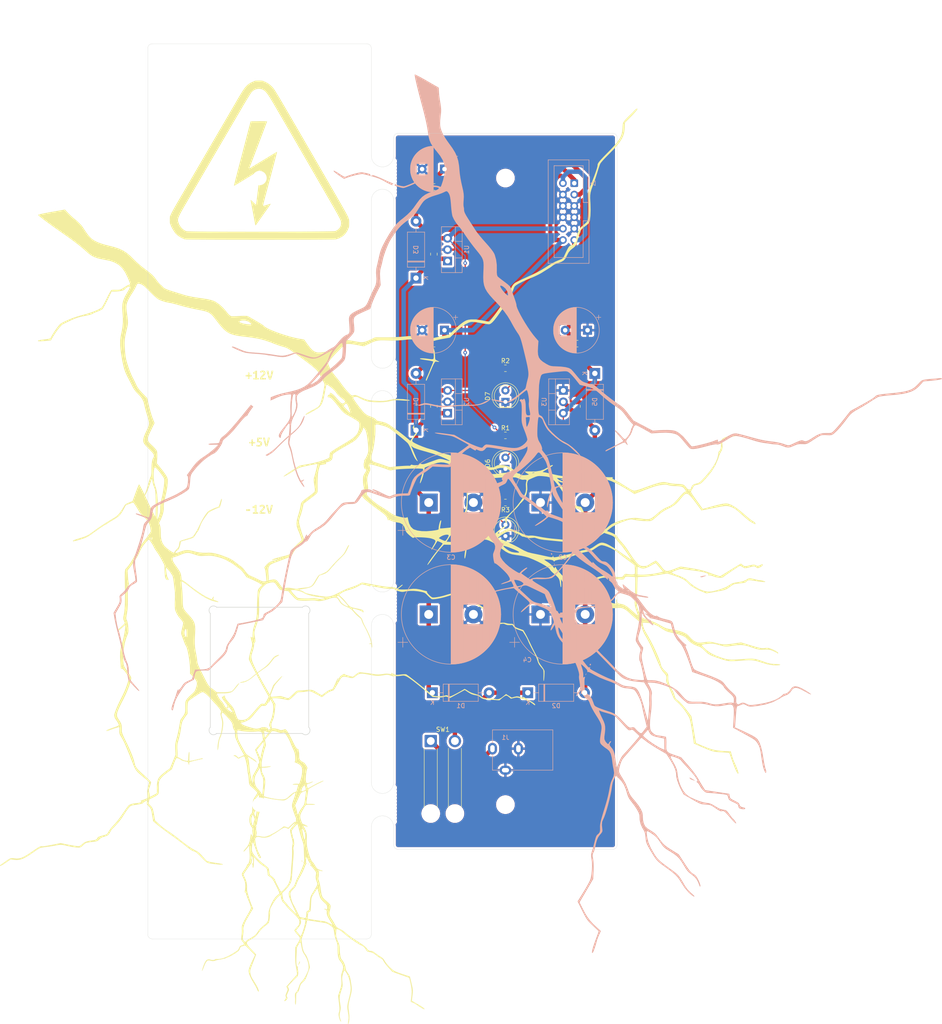
<source format=kicad_pcb>
(kicad_pcb (version 20211014) (generator pcbnew)
  (layers (0 "F.Cu" signal) (31 "B.Cu" signal) (34 "B.Paste" user) (35 "F.Paste" user) (36 "B.SilkS" user "B.Silkscreen") (37 "F.SilkS" user "F.Silkscreen") (38 "B.Mask" user) (39 "F.Mask" user) (44 "Edge.Cuts" user))
  (net 0 "")
  (net 1 "Net-(C1-Pad1)")
  (net 2 "GND")
  (net 3 "Net-(C2-Pad2)")
  (net 4 "+12V")
  (net 5 "-12V")
  (net 6 "+5V")
  (net 7 "Net-(D1-Pad2)")
  (net 8 "Net-(D6-Pad2)")
  (net 9 "Net-(J1-Pad1)")
  (net 10 "Net-(D7-Pad2)")
  (net 11 "Net-(D8-Pad2)")
  (footprint "Graphics:lightning" (layer "F.Cu") (at 143.032951 139.835241 10)
    (fp_text reference "G***" hide)
    (fp_text value "LOGO" hide)
  )
  (footprint "LED_THT:LED_D5.0mm" (layer "F.Cu") (at 165 135 90)
    (fp_text reference "D6" (at 1.27 -3.96 90) (layer "F.SilkS"))
    (fp_text value "5V LED")
    (pad "1" thru_hole rect locked (at 0 0 90) (size 1.8 1.8) (drill 0.9) (layers *.Cu *.Mask) (net 2 "GND"))
    (pad "2" thru_hole circle locked (at 2.54 0 90) (size 1.8 1.8) (drill 0.9) (layers *.Cu *.Mask) (net 8 "Net-(D6-Pad2)"))
  )
  (footprint "Capacitor_SMD:C_0805_2012Metric_Pad1.18x1.45mm_HandSolder" (layer "F.Cu") (at 149 87 90)
    (fp_text reference "C5" hide)
    (fp_text value "1uF")
    (pad "1" smd roundrect locked (at -1.0375 0 90) (size 1.175 1.45) (layers "F.Cu" "F.Paste" "F.Mask") (roundrect_rratio 0.212766) (net 1 "Net-(C1-Pad1)"))
    (pad "2" smd roundrect locked (at 1.0375 0 90) (size 1.175 1.45) (layers "F.Cu" "F.Paste" "F.Mask") (roundrect_rratio 0.212766) (net 2 "GND"))
  )
  (footprint "MountingHole:MountingHole_3.2mm_M3" (layer "F.Cu") (at 165 70)
    (fp_text reference "H4" hide)
    (fp_text value "MountingHole")
    (pad "" np_thru_hole circle locked (at 0 0) (size 3.2 3.2) (drill 3.2) (layers *.Cu *.Mask))
  )
  (footprint "Synth:SwitchMount" (layer "F.Cu") (at 121 194.1 90)
    (fp_text reference "H1" hide)
    (fp_text value "SwitchMount" hide)
    (fp_line (start 26.8 -22) (end 1.4 -22) (layer "Edge.Cuts") (width 0.12))
    (fp_line (start 0 -20.6) (end 0 -1.4) (layer "Edge.Cuts") (width 0.12))
    (fp_line (start 1.4 0) (end 26.8 0) (layer "Edge.Cuts") (width 0.12))
    (fp_line (start 28.2 -1.4) (end 28.2 -20.6) (layer "Edge.Cuts") (width 0.12))
    (fp_arc (start 0 -20.6) (mid 0 -22) (end 1.4 -22) (layer "Edge.Cuts") (width 0.12))
    (fp_arc (start 28.2 -1.4) (mid 28.2 0) (end 26.8 0) (layer "Edge.Cuts") (width 0.12))
    (fp_arc (start 26.8 -22) (mid 28.2 -22) (end 28.2 -20.6) (layer "Edge.Cuts") (width 0.12))
    (fp_arc (start 1.4 0) (mid 0 0) (end 0 -1.4) (layer "Edge.Cuts") (width 0.12))
  )
  (footprint "Resistor_SMD:R_0805_2012Metric_Pad1.20x1.40mm_HandSolder" (layer "F.Cu") (at 165 112.5)
    (fp_text reference "R2" (at 0 -1.65) (layer "F.SilkS"))
    (fp_text value "150R")
    (pad "1" smd roundrect locked (at -1 0) (size 1.2 1.4) (layers "F.Cu" "F.Paste" "F.Mask") (roundrect_rratio 0.208333) (net 4 "+12V"))
    (pad "2" smd roundrect locked (at 1 0) (size 1.2 1.4) (layers "F.Cu" "F.Paste" "F.Mask") (roundrect_rratio 0.208333) (net 10 "Net-(D7-Pad2)"))
  )
  (footprint "Panelization:mouse-bite-5mm-slot" (layer "F.Cu") (at 137.5 70 90)
    (fp_text reference "M4" hide)
    (fp_text value "MouseBites" hide)
    (pad "" np_thru_hole circle (at -2.25 2.5 90) (size 0.5 0.5) (drill 0.5) (layers *.Cu *.Mask))
    (pad "" np_thru_hole circle (at 3.75 -2.5 90) (size 0.5 0.5) (drill 0.5) (layers *.Cu *.Mask))
    (pad "" np_thru_hole circle (at -0.75 2.5 90) (size 0.5 0.5) (drill 0.5) (layers *.Cu *.Mask))
    (pad "" np_thru_hole circle (at 1.5 -2.5 90) (size 0.5 0.5) (drill 0.5) (layers *.Cu *.Mask))
    (pad "" np_thru_hole circle (at 0.75 2.5 90) (size 0.5 0.5) (drill 0.5) (layers *.Cu *.Mask))
    (pad "" np_thru_hole circle (at -3.75 2.5 90) (size 0.5 0.5) (drill 0.5) (layers *.Cu *.Mask))
    (pad "" np_thru_hole circle (at -1.5 2.5 90) (size 0.5 0.5) (drill 0.5) (layers *.Cu *.Mask))
    (pad "" np_thru_hole circle (at -0.75 -2.5 90) (size 0.5 0.5) (drill 0.5) (layers *.Cu *.Mask))
    (pad "" np_thru_hole circle (at 3 2.5 90) (size 0.5 0.5) (drill 0.5) (layers *.Cu *.Mask))
    (pad "" np_thru_hole circle (at -2.25 -2.5 90) (size 0.5 0.5) (drill 0.5) (layers *.Cu *.Mask))
    (pad "" np_thru_hole circle (at -3 -2.5 90) (size 0.5 0.5) (drill 0.5) (layers *.Cu *.Mask))
    (pad "" np_thru_hole circle (at 0 -2.5 90) (size 0.5 0.5) (drill 0.5) (layers *.Cu *.Mask))
    (pad "" np_thru_hole circle (at -3 -2.5 90) (size 0.5 0.5) (drill 0.5) (layers *.Cu *.Mask))
    (pad "" np_thru_hole circle (at -3 2.5 90) (size 0.5 0.5) (drill 0.5) (layers *.Cu *.Mask))
    (pad "" np_thru_hole circle (at 2.25 -2.5 90) (size 0.5 0.5) (drill 0.5) (layers *.Cu *.Mask))
    (pad "" np_thru_hole circle (at 2.25 2.5 90) (size 0.5 0.5) (drill 0.5) (layers *.Cu *.Mask))
    (pad "" np_thru_hole circle (at 0.75 -2.5 90) (size 0.5 0.5) (drill 0.5) (layers *.Cu *.Mask))
    (pad "" np_thru_hole circle (at 3.75 2.5 90) (size 0.5 0.5) (drill 0.5) (layers *.Cu *.Mask))
    (pad "" np_thru_hole circle (at -3 2.5 90) (size 0.5 0.5) (drill 0.5) (layers *.Cu *.Mask))
    (pad "" np_thru_hole circle (at -1.5 -2.5 90) (size 0.5 0.5) (drill 0.5) (layers *.Cu *.Mask))
    (pad "" np_thru_hole circle (at -3.75 -2.5 90) (size 0.5 0.5) (drill 0.5) (layers *.Cu *.Mask))
    (pad "" np_thru_hole circle (at 0 2.5 90) (size 0.5 0.5) (drill 0.5) (layers *.Cu *.Mask))
    (pad "" np_thru_hole circle (at 3 -2.5 90) (size 0.5 0.5) (drill 0.5) (layers *.Cu *.Mask))
    (pad "" np_thru_hole circle (at 1.5 2.5 90) (size 0.5 0.5) (drill 0.5) (layers *.Cu *.Mask))
  )
  (footprint "Capacitor_SMD:C_0805_2012Metric_Pad1.18x1.45mm_HandSolder" (layer "F.Cu") (at 181 107)
    (fp_text reference "C10" hide)
    (fp_text value "1uF")
    (pad "1" smd roundrect locked (at -1.0375 0) (size 1.175 1.45) (layers "F.Cu" "F.Paste" "F.Mask") (roundrect_rratio 0.212766) (net 5 "-12V"))
    (pad "2" smd roundrect locked (at 1.0375 0) (size 1.175 1.45) (layers "F.Cu" "F.Paste" "F.Mask") (roundrect_rratio 0.212766) (net 2 "GND"))
  )
  (footprint "MountingHole:MountingHole_3.2mm_M3" (layer "F.Cu") (at 165 210)
    (fp_text reference "H3" hide)
    (fp_text value "MountingHole")
    (pad "" np_thru_hole circle locked (at 0 0) (size 3.2 3.2) (drill 3.2) (layers *.Cu *.Mask))
  )
  (footprint "Capacitor_SMD:C_0805_2012Metric_Pad1.18x1.45mm_HandSolder" (layer "F.Cu") (at 181 121 90)
    (fp_text reference "C7" hide)
    (fp_text value "1uF")
    (pad "1" smd roundrect locked (at -1.0375 0 90) (size 1.175 1.45) (layers "F.Cu" "F.Paste" "F.Mask") (roundrect_rratio 0.212766) (net 3 "Net-(C2-Pad2)"))
    (pad "2" smd roundrect locked (at 1.0375 0 90) (size 1.175 1.45) (layers "F.Cu" "F.Paste" "F.Mask") (roundrect_rratio 0.212766) (net 2 "GND"))
  )
  (footprint "kibuzzard-61F37152" (layer "F.Cu") (at 110 114)
    (fp_text reference "kibuzzard-61F37152" hide)
    (fp_text value "G***" hide)
  )
  (footprint "MountingHole:MountingHole_5mm" (layer "F.Cu") (at 110 134)
    (fp_text reference "H8" hide)
    (fp_text value "LEDMount")
    (pad "" np_thru_hole circle locked (at 0 0) (size 5 5) (drill 5) (layers *.Cu *.Mask))
  )
  (footprint "kibuzzard-61F37DAA" (layer "F.Cu") (at 110 129)
    (fp_text reference "kibuzzard-61F37DAA" hide)
    (fp_text value "G***" hide)
  )
  (footprint "Panelization:mouse-bite-5mm-slot" (layer "F.Cu") (at 137.5 165 90)
    (fp_text reference "M3" hide)
    (fp_text value "MouseBites" hide)
    (pad "" np_thru_hole circle (at -0.75 2.5 90) (size 0.5 0.5) (drill 0.5) (layers *.Cu *.Mask))
    (pad "" np_thru_hole circle (at -3.75 -2.5 90) (size 0.5 0.5) (drill 0.5) (layers *.Cu *.Mask))
    (pad "" np_thru_hole circle (at 0 2.5 90) (size 0.5 0.5) (drill 0.5) (layers *.Cu *.Mask))
    (pad "" np_thru_hole circle (at 3.75 2.5 90) (size 0.5 0.5) (drill 0.5) (layers *.Cu *.Mask))
    (pad "" np_thru_hole circle (at -3.75 2.5 90) (size 0.5 0.5) (drill 0.5) (layers *.Cu *.Mask))
    (pad "" np_thru_hole circle (at -3 2.5 90) (size 0.5 0.5) (drill 0.5) (layers *.Cu *.Mask))
    (pad "" np_thru_hole circle (at -2.25 2.5 90) (size 0.5 0.5) (drill 0.5) (layers *.Cu *.Mask))
    (pad "" np_thru_hole circle (at 1.5 -2.5 90) (size 0.5 0.5) (drill 0.5) (layers *.Cu *.Mask))
    (pad "" np_thru_hole circle (at 3.75 -2.5 90) (size 0.5 0.5) (drill 0.5) (layers *.Cu *.Mask))
    (pad "" np_thru_hole circle (at 0 -2.5 90) (size 0.5 0.5) (drill 0.5) (layers *.Cu *.Mask))
    (pad "" np_thru_hole circle (at -3 -2.5 90) (size 0.5 0.5) (drill 0.5) (layers *.Cu *.Mask))
    (pad "" np_thru_hole circle (at -1.5 -2.5 90) (size 0.5 0.5) (drill 0.5) (layers *.Cu *.Mask))
    (pad "" np_thru_hole circle (at -3 -2.5 90) (size 0.5 0.5) (drill 0.5) (layers *.Cu *.Mask))
    (pad "" np_thru_hole circle (at -2.25 -2.5 90) (size 0.5 0.5) (drill 0.5) (layers *.Cu *.Mask))
    (pad "" np_thru_hole circle (at 0.75 2.5 90) (size 0.5 0.5) (drill 0.5) (layers *.Cu *.Mask))
    (pad "" np_thru_hole circle (at 1.5 2.5 90) (size 0.5 0.5) (drill 0.5) (layers *.Cu *.Mask))
    (pad "" np_thru_hole circle (at 0.75 -2.5 90) (size 0.5 0.5) (drill 0.5) (layers *.Cu *.Mask))
    (pad "" np_thru_hole circle (at 3 -2.5 90) (size 0.5 0.5) (drill 0.5) (layers *.Cu *.Mask))
    (pad "" np_thru_hole circle (at 2.25 -2.5 90) (size 0.5 0.5) (drill 0.5) (layers *.Cu *.Mask))
    (pad "" np_thru_hole circle (at 3 2.5 90) (size 0.5 0.5) (drill 0.5) (layers *.Cu *.Mask))
    (pad "" np_thru_hole circle (at -3 2.5 90) (size 0.5 0.5) (drill 0.5) (layers *.Cu *.Mask))
    (pad "" np_thru_hole circle (at -0.75 -2.5 90) (size 0.5 0.5) (drill 0.5) (layers *.Cu *.Mask))
    (pad "" np_thru_hole circle (at -1.5 2.5 90) (size 0.5 0.5) (drill 0.5) (layers *.Cu *.Mask))
    (pad "" np_thru_hole circle (at 2.25 2.5 90) (size 0.5 0.5) (drill 0.5) (layers *.Cu *.Mask))
  )
  (footprint "Panelization:mouse-bite-5mm-slot" (layer "F.Cu") (at 137.5 210 90)
    (fp_text reference "M1" hide)
    (fp_text value "MouseBites" hide)
    (pad "" np_thru_hole circle (at 1.5 2.5 90) (size 0.5 0.5) (drill 0.5) (layers *.Cu *.Mask))
    (pad "" np_thru_hole circle (at -3 -2.5 90) (size 0.5 0.5) (drill 0.5) (layers *.Cu *.Mask))
    (pad "" np_thru_hole circle (at 0 2.5 90) (size 0.5 0.5) (drill 0.5) (layers *.Cu *.Mask))
    (pad "" np_thru_hole circle (at -3 2.5 90) (size 0.5 0.5) (drill 0.5) (layers *.Cu *.Mask))
    (pad "" np_thru_hole circle (at -3 2.5 90) (size 0.5 0.5) (drill 0.5) (layers *.Cu *.Mask))
    (pad "" np_thru_hole circle (at 3.75 -2.5 90) (size 0.5 0.5) (drill 0.5) (layers *.Cu *.Mask))
    (pad "" np_thru_hole circle (at 3.75 2.5 90) (size 0.5 0.5) (drill 0.5) (layers *.Cu *.Mask))
    (pad "" np_thru_hole circle (at 3 2.5 90) (size 0.5 0.5) (drill 0.5) (layers *.Cu *.Mask))
    (pad "" np_thru_hole circle (at -1.5 2.5 90) (size 0.5 0.5) (drill 0.5) (layers *.Cu *.Mask))
    (pad "" np_thru_hole circle (at 0.75 -2.5 90) (size 0.5 0.5) (drill 0.5) (layers *.Cu *.Mask))
    (pad "" np_thru_hole circle (at -3 -2.5 90) (size 0.5 0.5) (drill 0.5) (layers *.Cu *.Mask))
    (pad "" np_thru_hole circle (at 2.25 2.5 90) (size 0.5 0.5) (drill 0.5) (layers *.Cu *.Mask))
    (pad "" np_thru_hole circle (at -2.25 2.5 90) (size 0.5 0.5) (drill 0.5) (layers *.Cu *.Mask))
    (pad "" np_thru_hole circle (at -3.75 2.5 90) (size 0.5 0.5) (drill 0.5) (layers *.Cu *.Mask))
    (pad "" np_thru_hole circle (at -3.75 -2.5 90) (size 0.5 0.5) (drill 0.5) (layers *.Cu *.Mask))
    (pad "" np_thru_hole circle (at -2.25 -2.5 90) (size 0.5 0.5) (drill 0.5) (layers *.Cu *.Mask))
    (pad "" np_thru_hole circle (at 0.75 2.5 90) (size 0.5 0.5) (drill 0.5) (layers *.Cu *.Mask))
    (pad "" np_thru_hole circle (at 1.5 -2.5 90) (size 0.5 0.5) (drill 0.5) (layers *.Cu *.Mask))
    (pad "" np_thru_hole circle (at -0.75 -2.5 90) (size 0.5 0.5) (drill 0.5) (layers *.Cu *.Mask))
    (pad "" np_thru_hole circle (at 0 -2.5 90) (size 0.5 0.5) (drill 0.5) (layers *.Cu *.Mask))
    (pad "" np_thru_hole circle (at -0.75 2.5 90) (size 0.5 0.5) (drill 0.5) (layers *.Cu *.Mask))
    (pad "" np_thru_hole circle (at -1.5 -2.5 90) (size 0.5 0.5) (drill 0.5) (layers *.Cu *.Mask))
    (pad "" np_thru_hole circle (at 2.25 -2.5 90) (size 0.5 0.5) (drill 0.5) (layers *.Cu *.Mask))
    (pad "" np_thru_hole circle (at 3 -2.5 90) (size 0.5 0.5) (drill 0.5) (layers *.Cu *.Mask))
  )
  (footprint "Capacitor_SMD:C_0805_2012Metric_Pad1.18x1.45mm_HandSolder" (layer "F.Cu") (at 149 121 90)
    (fp_text reference "C6" hide)
    (fp_text value "1uF")
    (pad "1" smd roundrect locked (at -1.0375 0 90) (size 1.175 1.45) (layers "F.Cu" "F.Paste" "F.Mask") (roundrect_rratio 0.212766) (net 1 "Net-(C1-Pad1)"))
    (pad "2" smd roundrect locked (at 1.0375 0 90) (size 1.175 1.45) (layers "F.Cu" "F.Paste" "F.Mask") (roundrect_rratio 0.212766) (net 2 "GND"))
  )
  (footprint "Capacitor_SMD:C_0805_2012Metric_Pad1.18x1.45mm_HandSolder" (layer "F.Cu") (at 149 107 180)
    (fp_text reference "C9" hide)
    (fp_text value "1uF")
    (pad "1" smd roundrect locked (at -1.0375 0 180) (size 1.175 1.45) (layers "F.Cu" "F.Paste" "F.Mask") (roundrect_rratio 0.212766) (net 4 "+12V"))
    (pad "2" smd roundrect locked (at 1.0375 0 180) (size 1.175 1.45) (layers "F.Cu" "F.Paste" "F.Mask") (roundrect_rratio 0.212766) (net 2 "GND"))
  )
  (footprint "LED_THT:LED_D5.0mm" (layer "F.Cu") (at 165 120 90)
    (fp_text reference "D7" (at 1.27 -3.96 90) (layer "F.SilkS"))
    (fp_text value "12V LED")
    (pad "1" thru_hole rect locked (at 0 0 90) (size 1.8 1.8) (drill 0.9) (layers *.Cu *.Mask) (net 2 "GND"))
    (pad "2" thru_hole circle locked (at 2.54 0 90) (size 1.8 1.8) (drill 0.9) (layers *.Cu *.Mask) (net 10 "Net-(D7-Pad2)"))
  )
  (footprint "kibuzzard-61F37174" (layer "F.Cu") (at 110 144)
    (fp_text reference "kibuzzard-61F37174" hide)
    (fp_text value "G***" hide)
  )
  (footprint "Graphics:lightning2" (layer "F.Cu") (at 113.945137 199.769313 70)
    (fp_text reference "G***" hide)
    (fp_text value "LOGO" hide)
  )
  (footprint "Resistor_SMD:R_0805_2012Metric_Pad1.20x1.40mm_HandSolder" (layer "F.Cu") (at 165 127.5)
    (fp_text reference "R1" (at 0 -1.65) (layer "F.SilkS"))
    (fp_text value "150R")
    (pad "1" smd roundrect locked (at -1 0) (size 1.2 1.4) (layers "F.Cu" "F.Paste" "F.Mask") (roundrect_rratio 0.208333) (net 6 "+5V"))
    (pad "2" smd roundrect locked (at 1 0) (size 1.2 1.4) (layers "F.Cu" "F.Paste" "F.Mask") (roundrect_rratio 0.208333) (net 8 "Net-(D6-Pad2)"))
  )
  (footprint "MountingHole:MountingHole_5mm" (layer "F.Cu") (at 110 149)
    (fp_text reference "H6" hide)
    (fp_text value "LEDMount")
    (pad "" np_thru_hole circle locked (at 0 0) (size 5 5) (drill 5) (layers *.Cu *.Mask))
  )
  (footprint "MountingHole:MountingHole_3.2mm_M3" (layer "F.Cu") (at 110 70)
    (fp_text reference "H2" hide)
    (fp_text value "MountingHole")
    (pad "" np_thru_hole circle locked (at 0 0) (size 3.2 3.2) (drill 3.2) (layers *.Cu *.Mask))
  )
  (footprint "MountingHole:MountingHole_5mm" (layer "F.Cu") (at 110 119)
    (fp_text reference "H7" hide)
    (fp_text value "LEDMount")
    (pad "" np_thru_hole circle locked (at 0 0) (size 5 5) (drill 5) (layers *.Cu *.Mask))
  )
  (footprint "LED_THT:LED_D5.0mm" (layer "F.Cu") (at 165 150 90)
    (fp_text reference "D8" (at 1.27 -3.96 90) (layer "F.SilkS"))
    (fp_text value "-12V LED")
    (pad "1" thru_hole rect locked (at 0 0 90) (size 1.8 1.8) (drill 0.9) (layers *.Cu *.Mask) (net 2 "GND"))
    (pad "2" thru_hole circle locked (at 2.54 0 90) (size 1.8 1.8) (drill 0.9) (layers *.Cu *.Mask) (net 11 "Net-(D8-Pad2)"))
  )
  (footprint "Panelization:mouse-bite-5mm-slot" (layer "F.Cu") (at 137.5 115 90)
    (fp_text reference "M2" hide)
    (fp_text value "MouseBites" hide)
    (pad "" np_thru_hole circle (at -2.25 -2.5 90) (size 0.5 0.5) (drill 0.5) (layers *.Cu *.Mask))
    (pad "" np_thru_hole circle (at -3.75 -2.5 90) (size 0.5 0.5) (drill 0.5) (layers *.Cu *.Mask))
    (pad "" np_thru_hole circle (at 1.5 -2.5 90) (size 0.5 0.5) (drill 0.5) (layers *.Cu *.Mask))
    (pad "" np_thru_hole circle (at 0 2.5 90) (size 0.5 0.5) (drill 0.5) (layers *.Cu *.Mask))
    (pad "" np_thru_hole circle (at 1.5 2.5 90) (size 0.5 0.5) (drill 0.5) (layers *.Cu *.Mask))
    (pad "" np_thru_hole circle (at 0 -2.5 90) (size 0.5 0.5) (drill 0.5) (layers *.Cu *.Mask))
    (pad "" np_thru_hole circle (at -3 -2.5 90) (size 0.5 0.5) (drill 0.5) (layers *.Cu *.Mask))
    (pad "" np_thru_hole circle (at 3.75 -2.5 90) (size 0.5 0.5) (drill 0.5) (layers *.Cu *.Mask))
    (pad "" np_thru_hole circle (at -3 -2.5 90) (size 0.5 0.5) (drill 0.5) (layers *.Cu *.Mask))
    (pad "" np_thru_hole circle (at -1.5 -2.5 90) (size 0.5 0.5) (drill 0.5) (layers *.Cu *.Mask))
    (pad "" np_thru_hole circle (at 2.25 -2.5 90) (size 0.5 0.5) (drill 0.5) (layers *.Cu *.Mask))
    (pad "" np_thru_hole circle (at -2.25 2.5 90) (size 0.5 0.5) (drill 0.5) (layers *.Cu *.Mask))
    (pad "" np_thru_hole circle (at 3 -2.5 90) (size 0.5 0.5) (drill 0.5) (layers *.Cu *.Mask))
    (pad "" np_thru_hole circle (at -3 2.5 90) (size 0.5 0.5) (drill 0.5) (layers *.Cu *.Mask))
    (pad "" np_thru_hole circle (at 2.25 2.5 90) (size 0.5 0.5) (drill 0.5) (layers *.Cu *.Mask))
    (pad "" np_thru_hole circle (at 3 2.5 90) (size 0.5 0.5) (drill 0.5) (layers *.Cu *.Mask))
    (pad "" np_thru_hole circle (at 0.75 2.5 90) (size 0.5 0.5) (drill 0.5) (layers *.Cu *.Mask))
    (pad "" np_thru_hole circle (at -1.5 2.5 90) (size 0.5 0.5) (drill 0.5) (layers *.Cu *.Mask))
    (pad "" np_thru_hole circle (at 3.75 2.5 90) (size 0.5 0.5) (drill 0.5) (layers *.Cu *.Mask))
    (pad "" np_thru_hole circle (at -0.75 2.5 90) (size 0.5 0.5) (drill 0.5) (layers *.Cu *.Mask))
    (pad "" np_thru_hole circle (at -0.75 -2.5 90) (size 0.5 0.5) (drill 0.5) (layers *.Cu *.Mask))
    (pad "" np_thru_hole circle (at -3.75 2.5 90) (size 0.5 0.5) (drill 0.5) (layers *.Cu *.Mask))
    (pad "" np_thru_hole circle (at -3 2.5 90) (size 0.5 0.5) (drill 0.5) (layers *.Cu *.Mask))
    (pad "" np_thru_hole circle (at 0.75 -2.5 90) (size 0.5 0.5) (drill 0.5) (layers *.Cu *.Mask))
  )
  (footprint "Resistor_SMD:R_0805_2012Metric_Pad1.20x1.40mm_HandSolder" (layer "F.Cu") (at 165 142.5 180)
    (fp_text reference "R3" (at 0 -1.65) (layer "F.SilkS"))
    (fp_text value "150R")
    (pad "1" smd roundrect locked (at -1 0 180) (size 1.2 1.4) (layers "F.Cu" "F.Paste" "F.Mask") (roundrect_rratio 0.208333) (net 5 "-12V"))
    (pad "2" smd roundrect locked (at 1 0 180) (size 1.2 1.4) (layers "F.Cu" "F.Paste" "F.Mask") (roundrect_rratio 0.208333) (net 11 "Net-(D8-Pad2)"))
  )
  (footprint "Graphics:elecwarning" (layer "F.Cu") (at 110 66)
    (fp_text reference "G***" hide)
    (fp_text value "LOGO" hide)
  )
  (footprint "MountingHole:MountingHole_3.2mm_M3" (layer "F.Cu") (at 110 210)
    (fp_text reference "H5" hide)
    (fp_text value "MountingHole")
    (pad "" np_thru_hole circle locked (at 0 0) (size 3.2 3.2) (drill 3.2) (layers *.Cu *.Mask))
  )
  (footprint "Connector_Wire:SolderWire-1sqmm_1x02_P5.4mm_D1.4mm_OD2.7mm_Relief" (layer "F.Cu") (at 148.3 195.79)
    (fp_text reference "SW1" (at 2.7 -2.58) (layer "F.SilkS"))
    (fp_text value "SW_SPST")
    (pad "" np_thru_hole circle locked (at 5.4 16.2) (size 3.2 3.2) (drill 3.2) (layers *.Cu *.Mask))
    (pad "" np_thru_hole circle locked (at 0 16.2) (size 3.2 3.2) (drill 3.2) (layers *.Cu *.Mask))
    (pad "1" thru_hole roundrect locked (at 0 0) (size 2.75 2.75) (drill 1.75) (layers *.Cu *.Mask) (roundrect_rratio 0.090909) (net 9 "Net-(J1-Pad1)"))
    (pad "2" thru_hole circle locked (at 5.4 0) (size 2.75 2.75) (drill 1.75) (layers *.Cu *.Mask) (net 7 "Net-(D1-Pad2)"))
  )
  (footprint "Capacitor_SMD:C_0805_2012Metric_Pad1.18x1.45mm_HandSolder" (layer "F.Cu") (at 149 72)
    (fp_text reference "C8" hide)
    (fp_text value "1uF")
    (pad "1" smd roundrect locked (at -1.0375 0) (size 1.175 1.45) (layers "F.Cu" "F.Paste" "F.Mask") (roundrect_rratio 0.212766) (net 6 "+5V"))
    (pad "2" smd roundrect locked (at 1.0375 0) (size 1.175 1.45) (layers "F.Cu" "F.Paste" "F.Mask") (roundrect_rratio 0.212766) (net 2 "GND"))
  )
  (footprint "Graphics:lightning" (layer "B.Cu") (at 168.354642 147.114121 150)
    (fp_text reference "G***" hide)
    (fp_text value "LOGO" hide)
  )
  (footprint "Diode_THT:D_DO-15_P12.70mm_Horizontal" (layer "B.Cu") (at 145 92.35 90)
    (fp_text reference "D3" (at 6.35 0 90) (layer "B.SilkS") (effects (justify mirror)))
    (fp_text value "1N4002")
    (fp_text user "K" (at 0 2.2 90) (layer "B.SilkS") (effects (justify mirror)))
    (pad "1" thru_hole rect locked (at 0 0 90) (size 2.4 2.4) (drill 1.2) (layers *.Cu *.Mask) (net 1 "Net-(C1-Pad1)"))
    (pad "2" thru_hole oval locked (at 12.7 0 90) (size 2.4 2.4) (drill 1.2) (layers *.Cu *.Mask) (net 6 "+5V"))
  )
  (footprint "Package_TO_SOT_THT:TO-220-3_Vertical" (layer "B.Cu") (at 177.945 117.46 -90)
    (fp_text reference "U3" (at 2.54 4.27 90) (layer "B.SilkS") (effects (justify mirror)))
    (fp_text value "LM7912_TO220")
    (pad "1" thru_hole rect locked (at 0 0 270) (size 1.905 2) (drill 1.1) (layers *.Cu *.Mask) (net 2 "GND"))
    (pad "2" thru_hole oval locked (at 2.54 0 270) (size 1.905 2) (drill 1.1) (layers *.Cu *.Mask) (net 3 "Net-(C2-Pad2)"))
    (pad "3" thru_hole oval (at 5.08 0 270) (size 1.905 2) (drill 1.1) (layers *.Cu *.Mask) (net 5 "-12V"))
  )
  (footprint "Synth:IDC-Header_2x06_P2.54mm_Vertical" (layer "B.Cu") (at 179 77.5 180)
    (fp_text reference "J2" hide)
    (fp_text value "Conn_02x06_Odd_Even")
    (pad "1" thru_hole roundrect (at -1.4 6.35 180) (size 1.7 1.7) (drill 1) (layers *.Cu *.Mask) (roundrect_rratio 0.147059) (net 4 "+12V"))
    (pad "2" thru_hole circle (at 1.14 6.35 180) (size 1.7 1.7) (drill 1) (layers *.Cu *.Mask) (net 5 "-12V"))
    (pad "3" thru_hole circle (at -1.4 3.81 180) (size 1.7 1.7) (drill 1) (layers *.Cu *.Mask) (net 6 "+5V"))
    (pad "4" thru_hole circle (at 1.14 3.81 180) (size 1.7 1.7) (drill 1) (layers *.Cu *.Mask) (net 2 "GND"))
    (pad "5" thru_hole circle (at -1.4 1.27 180) (size 1.7 1.7) (drill 1) (layers *.Cu *.Mask) (net 2 "GND"))
    (pad "6" thru_hole circle (at 1.14 1.27 180) (size 1.7 1.7) (drill 1) (layers *.Cu *.Mask) (net 2 "GND"))
    (pad "7" thru_hole circle (at -1.4 -1.27 180) (size 1.7 1.7) (drill 1) (layers *.Cu *.Mask) (net 2 "GND"))
    (pad "8" thru_hole circle (at 1.14 -1.27 180) (size 1.7 1.7) (drill 1) (layers *.Cu *.Mask) (net 2 "GND"))
    (pad "9" thru_hole circle (at -1.4 -3.81 180) (size 1.7 1.7) (drill 1) (layers *.Cu *.Mask) (net 2 "GND"))
    (pad "10" thru_hole circle (at 1.14 -3.81 180) (size 1.7 1.7) (drill 1) (layers *.Cu *.Mask) (net 6 "+5V"))
    (pad "11" thru_hole circle (at -1.4 -6.35 180) (size 1.7 1.7) (drill 1) (layers *.Cu *.Mask) (net 5 "-12V"))
    (pad "12" thru_hole circle (at 1.14 -6.35 180) (size 1.7 1.7) (drill 1) (layers *.Cu *.Mask) (net 4 "+12V"))
  )
  (footprint "Capacitor_THT:CP_Radial_D22.0mm_P10.00mm_SnapIn" (layer "B.Cu") (at 172.842168 167.5)
    (fp_text reference "C4" (at -2.962169 10.16) (layer "B.SilkS") (effects (justify mirror)))
    (fp_text value "4700uF")
    (pad "1" thru_hole rect locked (at 0 0) (size 4 4) (drill 2) (layers *.Cu *.Mask) (net 2 "GND"))
    (pad "2" thru_hole circle locked (at 10 0) (size 4 4) (drill 2) (layers *.Cu *.Mask) (net 3 "Net-(C2-Pad2)"))
  )
  (footprint "Diode_THT:D_DO-15_P12.70mm_Horizontal" (layer "B.Cu") (at 145 126.35 90)
    (fp_text reference "D4" (at 6.35 0 90) (layer "B.SilkS") (effects (justify mirror)))
    (fp_text value "1N4002")
    (fp_text user "K" (at 0 2.2 90) (layer "B.SilkS") (effects (justify mirror)))
    (pad "1" thru_hole rect locked (at 0 0 90) (size 2.4 2.4) (drill 1.2) (layers *.Cu *.Mask) (net 1 "Net-(C1-Pad1)"))
    (pad "2" thru_hole oval locked (at 12.7 0 90) (size 2.4 2.4) (drill 1.2) (layers *.Cu *.Mask) (net 4 "+12V"))
  )
  (footprint "Diode_THT:D_DO-15_P12.70mm_Horizontal" (layer "B.Cu") (at 148.65 185)
    (fp_text reference "D1" (at 6.35 2.92) (layer "B.SilkS") (effects (justify mirror)))
    (fp_text value "1N4002")
    (fp_text user "K" (at 0 2.2) (layer "B.SilkS") (effects (justify mirror)))
    (pad "1" thru_hole rect locked (at 0 0) (size 2.4 2.4) (drill 1.2) (layers *.Cu *.Mask) (net 1 "Net-(C1-Pad1)"))
    (pad "2" thru_hole oval locked (at 12.7 0) (size 2.4 2.4) (drill 1.2) (layers *.Cu *.Mask) (net 7 "Net-(D1-Pad2)"))
  )
  (footprint "Capacitor_THT:CP_Radial_D22.0mm_P10.00mm_SnapIn" (layer "B.Cu") (at 147.842169 167.5)
    (fp_text reference "C1" hide)
    (fp_text value "4700uF")
    (pad "1" thru_hole rect locked (at 0 0) (size 4 4) (drill 2) (layers *.Cu *.Mask) (net 1 "Net-(C1-Pad1)"))
    (pad "2" thru_hole circle locked (at 10 0) (size 4 4) (drill 2) (layers *.Cu *.Mask) (net 2 "GND"))
  )
  (footprint "Capacitor_THT:CP_Radial_D10.0mm_P5.00mm" (layer "B.Cu") (at 183.367677 104 180)
    (fp_text reference "C13" hide)
    (fp_text value "470uF")
    (pad "1" thru_hole rect locked (at 0 0 180) (size 2 2) (drill 1) (layers *.Cu *.Mask) (net 2 "GND"))
    (pad "2" thru_hole circle locked (at 5 0 180) (size 2 2) (drill 1) (layers *.Cu *.Mask) (net 5 "-12V"))
  )
  (footprint "Diode_THT:D_DO-15_P12.70mm_Horizontal" (layer "B.Cu") (at 170 185)
    (fp_text reference "D2" (at 6.35 2.92) (layer "B.SilkS") (effects (justify mirror)))
    (fp_text value "1N4002")
    (fp_text user "K" (at 0 2.2) (layer "B.SilkS") (effects (justify mirror)))
    (pad "1" thru_hole rect locked (at 0 0) (size 2.4 2.4) (drill 1.2) (layers *.Cu *.Mask) (net 7 "Net-(D1-Pad2)"))
    (pad "2" thru_hole oval locked (at 12.7 0) (size 2.4 2.4) (drill 1.2) (layers *.Cu *.Mask) (net 3 "Net-(C2-Pad2)"))
  )
  (footprint "Capacitor_THT:CP_Radial_D22.0mm_P10.00mm_SnapIn" (layer "B.Cu") (at 147.842168 142.5)
    (fp_text reference "C3" (at 5 12.25) (layer "B.SilkS") (effects (justify mirror)))
    (fp_text value "4700uF")
    (pad "1" thru_hole rect locked (at 0 0) (size 4 4) (drill 2) (layers *.Cu *.Mask) (net 1 "Net-(C1-Pad1)"))
    (pad "2" thru_hole circle locked (at 10 0) (size 4 4) (drill 2) (layers *.Cu *.Mask) (net 2 "GND"))
  )
  (footprint "Diode_THT:D_DO-15_P12.70mm_Horizontal" (layer "B.Cu") (at 185 113.65 -90)
    (fp_text reference "D5" (at 6.35 0 90) (layer "B.SilkS") (effects (justify mirror)))
    (fp_text value "1N4002")
    (fp_text user "K" (at 0 2.2 90) (layer "B.SilkS") (effects (justify mirror)))
    (pad "1" thru_hole rect locked (at 0 0 270) (size 2.4 2.4) (drill 1.2) (layers *.Cu *.Mask) (net 5 "-12V"))
    (pad "2" thru_hole oval locked (at 12.7 0 270) (size 2.4 2.4) (drill 1.2) (layers *.Cu *.Mask) (net 3 "Net-(C2-Pad2)"))
  )
  (footprint "Capacitor_THT:CP_Radial_D10.0mm_P5.00mm" (layer "B.Cu") (at 151.367677 104 180)
    (fp_text reference "C12" hide)
    (fp_text value "470uF")
    (pad "1" thru_hole rect locked (at 0 0 180) (size 2 2) (drill 1) (layers *.Cu *.Mask) (net 4 "+12V"))
    (pad "2" thru_hole circle locked (at 5 0 180) (size 2 2) (drill 1) (layers *.Cu *.Mask) (net 2 "GND"))
  )
  (footprint "Synth:BarrelJack" (layer "B.Cu") (at 165 197.5 180)
    (fp_text reference "J1" (at 0 2.5 unlocked) (layer "B.SilkS") (effects (justify mirror)))
    (fp_text value "Barrel_Jack")
    (pad "1" thru_hole oval (at 2.9 0) (size 2 2.6) (drill oval 1 1.6) (layers *.Cu *.Mask) (net 9 "Net-(J1-Pad1)"))
    (pad "2" thru_hole oval (at 0 -4.8 90) (size 2 2.6) (drill oval 1 1.6) (layers *.Cu *.Mask) (net 2 "GND"))
    (pad "2" thru_hole oval (at -2.9 0 180) (size 2 2.6) (drill oval 1 1.6) (layers *.Cu *.Mask) (net 2 "GND"))
  )
  (footprint "Package_TO_SOT_THT:TO-220-3_Vertical" (layer "B.Cu") (at 152.055 122.54 90)
    (fp_text reference "U2" (at 2.54 4.27 90) (layer "B.SilkS") (effects (justify mirror)))
    (fp_text value "LM7812_TO220")
    (pad "1" thru_hole rect locked (at 0 0 90) (size 1.905 2) (drill 1.1) (layers *.Cu *.Mask) (net 1 "Net-(C1-Pad1)"))
    (pad "2" thru_hole oval locked (at 2.54 0 90) (size 1.905 2) (drill 1.1) (layers *.Cu *.Mask) (net 2 "GND"))
    (pad "3" thru_hole oval locked (at 5.08 0 90) (size 1.905 2) (drill 1.1) (layers *.Cu *.Mask) (net 4 "+12V"))
  )
  (footprint "Capacitor_THT:CP_Radial_D22.0mm_P10.00mm_SnapIn" (layer "B.Cu") (at 172.842168 142.5)
    (fp_text reference "C2" (at 5 12.25) (layer "B.SilkS") (effects (justify mirror)))
    (fp_text value "4700uF")
    (pad "1" thru_hole rect locked (at 0 0) (size 4 4) (drill 2) (layers *.Cu *.Mask) (net 2 "GND"))
    (pad "2" thru_hole circle locked (at 10 0) (size 4 4) (drill 2) (layers *.Cu *.Mask) (net 3 "Net-(C2-Pad2)"))
  )
  (footprint "Capacitor_THT:CP_Radial_D10.0mm_P5.00mm" (layer "B.Cu") (at 151.367677 68 180)
    (fp_text reference "C11" hide)
    (fp_text value "470uF")
    (pad "1" thru_hole rect locked (at 0 0 180) (size 2 2) (drill 1) (layers *.Cu *.Mask) (net 6 "+5V"))
    (pad "2" thru_hole circle locked (at 5 0 180) (size 2 2) (drill 1) (layers *.Cu *.Mask) (net 2 "GND"))
  )
  (footprint "Package_TO_SOT_THT:TO-220-3_Vertical" (layer "B.Cu") (at 152.055 88.54 90)
    (fp_text reference "U1" (at 2.54 4.27 90) (layer "B.SilkS") (effects (justify mirror)))
    (fp_text value "LM7805_TO220")
    (pad "1" thru_hole rect locked (at 0 0 90) (size 1.905 2) (drill 1.1) (layers *.Cu *.Mask) (net 1 "Net-(C1-Pad1)"))
    (pad "2" thru_hole oval locked (at 2.54 0 90) (size 1.905 2) (drill 1.1) (layers *.Cu *.Mask) (net 2 "GND"))
    (pad "3" thru_hole oval locked (at 5.08 0 90) (size 1.905 2) (drill 1.1) (layers *.Cu *.Mask) (net 6 "+5V"))
  )
  (gr_arc (start 141 220) (mid 140.292893 219.707107) (end 140 219) (layer "Edge.Cuts") (width 0.05))
  (gr_arc (start 189 60) (mid 189.707107 60.292893) (end 190 61) (layer "Edge.Cuts") (width 0.05))
  (gr_arc (start 140 205) (mid 137.5 207.5) (end 135 205) (layer "Edge.Cuts") (width 0.05))
  (gr_line (start 190 219) (end 190 61) (layer "Edge.Cuts") (width 0.05))
  (gr_arc (start 134 40) (mid 134.707107 40.292893) (end 135 41) (layer "Edge.Cuts") (width 0.05))
  (gr_arc (start 190 219) (mid 189.707107 219.707107) (end 189 220) (layer "Edge.Cuts") (width 0.05))
  (gr_arc (start 135 215) (mid 137.5 212.5) (end 140 215) (layer "Edge.Cuts") (width 0.05))
  (gr_line (start 86 40) (end 134 40) (layer "Edge.Cuts") (width 0.05))
  (gr_line (start 140 120) (end 140 160) (layer "Edge.Cuts") (width 0.05))
  (gr_arc (start 140 110) (mid 137.5 112.5) (end 135 110) (layer "Edge.Cuts") (width 0.05))
  (gr_line (start 85 239) (end 85 41) (layer "Edge.Cuts") (width 0.05))
  (gr_arc (start 140 61) (mid 140.292893 60.292893) (end 141 60) (layer "Edge.Cuts") (width 0.05))
  (gr_line (start 135 215) (end 135 239) (layer "Edge.Cuts") (width 0.05))
  (gr_arc (start 135 75) (mid 137.5 72.5) (end 140 75) (layer "Edge.Cuts") (width 0.05))
  (gr_line (start 134 240) (end 86 240) (layer "Edge.Cuts") (width 0.05))
  (gr_line (start 141 220) (end 189 220) (layer "Edge.Cuts") (width 0.05))
  (gr_arc (start 135 170) (mid 137.5 167.5) (end 140 170) (layer "Edge.Cuts") (width 0.05))
  (gr_arc (start 86 240) (mid 85.292893 239.707107) (end 85 239) (layer "Edge.Cuts") (width 0.05))
  (gr_arc (start 135 239) (mid 134.707107 239.707107) (end 134 240) (layer "Edge.Cuts") (width 0.05))
  (gr_line (start 140 75) (end 140 110) (layer "Edge.Cuts") (width 0.05))
  (gr_line (start 135 120) (end 135 160) (layer "Edge.Cuts") (width 0.05))
  (gr_arc (start 140 160) (mid 137.5 162.5) (end 135 160) (layer "Edge.Cuts") (width 0.05))
  (gr_arc (start 135 120) (mid 137.5 117.5) (end 140 120) (layer "Edge.Cuts") (width 0.05))
  (gr_line (start 140 219) (end 140 215) (layer "Edge.Cuts") (width 0.05))
  (gr_line (start 140 170) (end 140 205) (layer "Edge.Cuts") (width 0.05))
  (gr_arc (start 85 41) (mid 85.292893 40.292893) (end 86 40) (layer "Edge.Cuts") (width 0.05))
  (gr_line (start 189 60) (end 141 60) (layer "Edge.Cuts") (width 0.05))
  (gr_line (start 140 61) (end 140 65) (layer "Edge.Cuts") (width 0.05))
  (gr_line (start 135 170) (end 135 205) (layer "Edge.Cuts") (width 0.05))
  (gr_line (start 135 41) (end 135 65) (layer "Edge.Cuts") (width 0.05))
  (gr_arc (start 140 65) (mid 137.5 67.5) (end 135 65) (layer "Edge.Cuts") (width 0.05))
  (gr_line (start 135 75) (end 135 110) (layer "Edge.Cuts") (width 0.05))
  (segment (start 145 126.0375) (end 149 122.0375) (width 1) (layer "F.Cu") (net 1))
  (segment (start 147.842168 142.5) (end 145 139.657832) (width 1) (layer "F.Cu") (net 1))
  (segment (start 147.842169 167.5) (end 147.842168 142.5) (width 1) (layer "F.Cu") (net 1))
  (segment (start 149 122.0375) (end 149.5025 122.54) (width 1) (layer "F.Cu") (net 1))
  (segment (start 145 139.657832) (end 145 126.35) (width 1) (layer "F.Cu") (net 1))
  (segment (start 145 126.35) (end 145 126.0375) (width 1) (layer "F.Cu") (net 1))
  (segment (start 149 88.0375) (end 151.5525 88.0375) (width 1) (layer "F.Cu") (net 1))
  (segment (start 147.842169 184.192169) (end 147.842169 167.5) (width 1) (layer "F.Cu") (net 1))
  (segment (start 145 92.35) (end 145 92.0375) (width 1) (layer "F.Cu") (net 1))
  (segment (start 148.65 185) (end 147.842169 184.192169) (width 1) (layer "F.Cu") (net 1))
  (segment (start 149.5025 122.54) (end 152.055 122.54) (width 1) (layer "F.Cu") (net 1))
  (segment (start 151.5525 88.0375) (end 152.055 88.54) (width 1) (layer "F.Cu") (net 1))
  (segment (start 145 92.0375) (end 149 88.0375) (width 1) (layer "F.Cu") (net 1))
  (segment (start 145 126.35) (end 145 118.33) (width 1) (layer "B.Cu") (net 1))
  (segment (start 142.24 95.11) (end 145 92.35) (width 1) (layer "B.Cu") (net 1))
  (segment (start 145 118.33) (end 142.24 115.57) (width 1) (layer "B.Cu") (net 1))
  (segment (start 142.24 115.57) (end 142.24 95.11) (width 1) (layer "B.Cu") (net 1))
  (segment (start 185 126.0375) (end 181 122.0375) (width 1) (layer "F.Cu") (net 3))
  (segment (start 185 126.35) (end 185 126.0375) (width 1) (layer "F.Cu") (net 3))
  (segment (start 179.9825 122.0375) (end 177.945 120) (width 1) (layer "F.Cu") (net 3))
  (segment (start 182.842168 142.5) (end 185 140.342168) (width 1) (layer "F.Cu") (net 3))
  (segment (start 182.7 185) (end 182.842168 184.857832) (width 1) (layer "F.Cu") (net 3))
  (segment (start 182.842168 184.857832) (end 182.842168 167.5) (width 1) (layer "F.Cu") (net 3))
  (segment (start 182.842168 167.5) (end 182.842168 142.5) (width 1) (layer "F.Cu") (net 3))
  (segment (start 185 140.342168) (end 185 126.35) (width 1) (layer "F.Cu") (net 3))
  (segment (start 181 122.0375) (end 179.9825 122.0375) (width 1) (layer "F.Cu") (net 3))
  (segment (start 180.4 71.15) (end 180.4 70.4) (width 1) (layer "F.Cu") (net 4))
  (segment (start 145 113.65) (end 150.0375 108.6125) (width 1) (layer "F.Cu") (net 4))
  (segment (start 175 69) (end 175 83) (width 1) (layer "F.Cu") (net 4))
  (segment (start 148.81 117.46) (end 145 113.65) (width 1) (layer "F.Cu") (net 4))
  (segment (start 177.86 83.85) (end 175.85 83.85) (width 1) (layer "F.Cu") (net 4))
  (segment (start 151.367677 105.669823) (end 151.367677 104) (width 1) (layer "F.Cu") (net 4))
  (segment (start 150.0375 108.6125) (end 150.0375 107) (width 1) (layer "F.Cu") (net 4))
  (segment (start 175 83) (end 175.85 83.85) (width 1) (layer "F.Cu") (net 4))
  (segment (start 152.055 117.46) (end 148.81 117.46) (width 1) (layer "F.Cu") (net 4))
  (segment (start 176 68) (end 175 69) (width 1) (layer "F.Cu") (net 4))
  (segment (start 180.4 70.4) (end 178 68) (width 1) (layer "F.Cu") (net 4))
  (segment (start 150.0375 107) (end 151.367677 105.669823) (width 1) (layer "F.Cu") (net 4))
  (segment (start 164 112.5) (end 159.04 117.46) (width 0.25) (layer "F.Cu") (net 4))
  (segment (start 159.04 117.46) (end 152.055 117.46) (width 0.25) (layer "F.Cu") (net 4))
  (segment (start 178 68) (end 176 68) (width 1) (layer "F.Cu") (net 4))
  (segment (start 157.71 104) (end 177.86 83.85) (width 1) (layer "B.Cu") (net 4))
  (segment (start 151.367677 104) (end 157.71 104) (width 1) (layer "B.Cu") (net 4))
  (segment (start 179.9625 105.594823) (end 178.367677 104) (width 1) (layer "F.Cu") (net 5))
  (segment (start 185 113.65) (end 179.9625 108.6125) (width 1) (layer "F.Cu") (net 5))
  (segment (start 178.367677 104) (end 180.4 101.967677) (width 1) (layer "F.Cu") (net 5))
  (segment (start 180.4 101.967677) (end 180.4 83.85) (width 1) (layer "F.Cu") (net 5))
  (segment (start 179.9625 108.6125) (end 179.9625 107) (width 1) (layer "F.Cu") (net 5))
  (segment (start 166 142.5) (end 177.945 130.555) (width 0.25) (layer "F.Cu") (net 5))
  (segment (start 177.945 130.555) (end 177.945 122.54) (width 0.25) (layer "F.Cu") (net 5))
  (segment (start 179.9625 107) (end 179.9625 105.594823) (width 1) (layer "F.Cu") (net 5))
  (segment (start 177.86 69.91) (end 177.86 71.15) (width 1) (layer "B.Cu") (net 5))
  (segment (start 180.4 83.85) (end 181.58 83.85) (width 1) (layer "B.Cu") (net 5))
  (segment (start 177.945 122.54) (end 185 115.485) (width 1) (layer "B.Cu") (net 5))
  (segment (start 181.58 83.85) (end 182.88 82.55) (width 1) (layer "B.Cu") (net 5))
  (segment (start 182.88 69.85) (end 181.61 68.58) (width 1) (layer "B.Cu") (net 5))
  (segment (start 179.07 68.58) (end 177.8 69.85) (width 1) (layer "B.Cu") (net 5))
  (segment (start 181.61 68.58) (end 179.07 68.58) (width 1) (layer "B.Cu") (net 5))
  (segment (start 185 115.485) (end 185 113.65) (width 1) (layer "B.Cu") (net 5))
  (segment (start 182.88 82.55) (end 182.88 69.85) (width 1) (layer "B.Cu") (net 5))
  (segment (start 147.9625 71.405177) (end 151.367677 68) (width 1) (layer "F.Cu") (net 6))
  (segment (start 180.4 73.69) (end 181.602081 73.69) (width 1) (layer "F.Cu") (net 6))
  (segment (start 148.81 83.46) (end 145 79.65) (width 1) (layer "F.Cu") (net 6))
  (segment (start 152.055 83.46) (end 148.81 83.46) (width 1) (layer "F.Cu") (net 6))
  (segment (start 147.9625 72) (end 147.9625 71.405177) (width 1) (layer "F.Cu") (net 6))
  (segment (start 145 79.65) (end 145 74.9625) (width 1) (layer "F.Cu") (net 6))
  (segment (start 183 70) (end 179 66) (width 1) (layer "F.Cu") (net 6))
  (segment (start 153.367677 66) (end 151.367677 68) (width 1) (layer "F.Cu") (net 6))
  (segment (start 156 89) (end 156 109) (width 0.25) (layer "F.Cu") (net 6))
  (segment (start 181.602081 73.69) (end 183 72.292081) (width 1) (layer "F.Cu") (net 6))
  (segment (start 164 127.17) (end 162.56 125.73) (width 0.25) (layer "F.Cu") (net 6))
  (segment (start 179 66) (end 153.367677 66) (width 1) (layer "F.Cu") (net 6))
  (segment (start 164 127.5) (end 164 127.17) (width 0.25) (layer "F.Cu") (net 6))
  (segment (start 183 72.292081) (end 183 70) (width 1) (layer "F.Cu") (net 6))
  (segment (start 145 74.9625) (end 147.9625 72) (width 1) (layer "F.Cu") (net 6))
  (via (at 162.56 125.73) (size 0.8) (drill 0.4) (layers "F.Cu" "B.Cu") (net 6))
  (via (at 156 109) (size 0.8) (drill 0.4) (layers "F.Cu" "B.Cu") (net 6))
  (via (at 156 89) (size 0.8) (drill 0.4) (layers "F.Cu" "B.Cu") (net 6))
  (segment (start 152.055 83.46) (end 156 87.405) (width 0.25) (layer "B.Cu") (net 6))
  (segment (start 152.055 83.46) (end 154.205 81.31) (width 1) (layer "B.Cu") (net 6))
  (segment (start 154.205 81.31) (end 177.86 81.31) (width 1) (layer "B.Cu") (net 6))
  (segment (start 156 87.405) (end 156 89) (width 0.25) (layer "B.Cu") (net 6))
  (segment (start 156 119.17) (end 162.56 125.73) (width 0.25) (layer "B.Cu") (net 6))
  (segment (start 156 109) (end 156 119.17) (width 0.25) (layer "B.Cu") (net 6))
  (segment (start 153.7 192.65) (end 161.35 185) (width 1) (layer "F.Cu") (net 7))
  (segment (start 161.35 185) (end 170 185) (width 1) (layer "F.Cu") (net 7))
  (segment (start 153.7 195.79) (end 153.7 192.65) (width 1) (layer "F.Cu") (net 7))
  (segment (start 166 127.5) (end 166 131.46) (width 0.25) (layer "F.Cu") (net 8))
  (segment (start 166 131.46) (end 165 132.46) (width 0.25) (layer "F.Cu") (net 8))
  (segment (start 160.21 199.39) (end 151.9 199.39) (width 1) (layer "F.Cu") (net 9))
  (segment (start 162.1 197.5) (end 160.21 199.39) (width 1) (layer "F.Cu") (net 9))
  (segment (start 151.9 199.39) (end 148.3 195.79) (width 1) (layer "F.Cu") (net 9))
  (segment (start 166 116.46) (end 165 117.46) (width 0.25) (layer "F.Cu") (net 10))
  (segment (start 166 112.5) (end 166 116.46) (width 0.25) (layer "F.Cu") (net 10))
  (segment (start 164 146.46) (end 165 147.46) (width 0.25) (layer "F.Cu") (net 11))
  (segment (start 164 142.5) (end 164 146.46) (width 0.25) (layer "F.Cu") (net 11))
  (zone (net 2) (net_name "GND") (layer "F.Cu") (connect_pads (clearance 0.508)) (min_thickness 0.254) (fill yes (thermal_gap 0.508) (thermal_bridge_width 0.508))
    (polygon (pts (xy 190 220) (xy 140 220) (xy 140 60) (xy 190 60)))
  )
  (zone (net 2) (net_name "GND") (layer "B.Cu") (connect_pads (clearance 0.508)) (min_thickness 0.254) (fill yes (thermal_gap 0.508) (thermal_bridge_width 0.508))
    (polygon (pts (xy 190 220) (xy 140 220) (xy 140 60) (xy 190 60)))
  )
)
</source>
